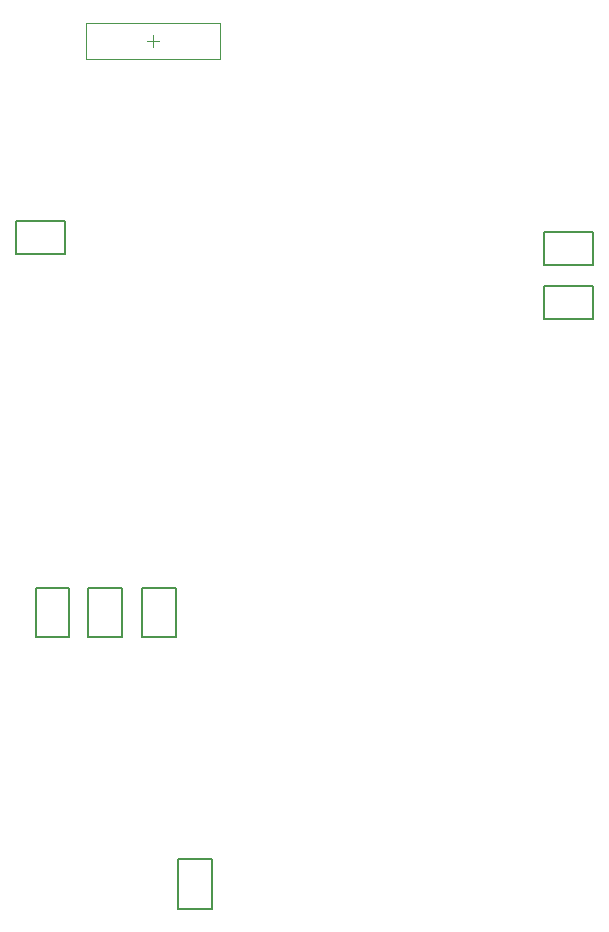
<source format=gbr>
%TF.GenerationSoftware,Altium Limited,Altium Designer,23.5.1 (21)*%
G04 Layer_Color=32768*
%FSLAX45Y45*%
%MOMM*%
%TF.SameCoordinates,7ECB1A03-3DEC-426C-BD6E-5A7E68E82EE6*%
%TF.FilePolarity,Positive*%
%TF.FileFunction,Other,Top_Courtyard*%
%TF.Part,Single*%
G01*
G75*
%TA.AperFunction,NonConductor*%
%ADD32C,0.20000*%
%ADD60C,0.05000*%
D32*
X1942800Y2231300D02*
X2222800D01*
X1942800Y1811300D02*
Y2231300D01*
Y1811300D02*
X2222800D01*
Y2231300D01*
X5035100Y7264100D02*
Y7544100D01*
Y7264100D02*
X5455100D01*
Y7544100D01*
X5035100D02*
X5455100D01*
X5035100Y6806900D02*
Y7086900D01*
Y6806900D02*
X5455100D01*
Y7086900D01*
X5035100D02*
X5455100D01*
X1638000Y4530000D02*
X1918000D01*
X1638000Y4110000D02*
Y4530000D01*
Y4110000D02*
X1918000D01*
Y4530000D01*
X1180800D02*
X1460800D01*
X1180800Y4110000D02*
Y4530000D01*
Y4110000D02*
X1460800D01*
Y4530000D01*
X736300D02*
X1016300D01*
X736300Y4110000D02*
Y4530000D01*
Y4110000D02*
X1016300D01*
Y4530000D01*
X984700Y7353000D02*
Y7633000D01*
X564700D02*
X984700D01*
X564700Y7353000D02*
Y7633000D01*
Y7353000D02*
X984700D01*
D60*
X1727200Y9106700D02*
Y9206700D01*
X1677200Y9156700D02*
X1777200D01*
X1161700Y9311700D02*
X2292700D01*
Y9001700D02*
Y9311700D01*
X1161700Y9001700D02*
X2292700D01*
X1161700D02*
Y9311700D01*
%TF.MD5,370d2b94d2d101055e910d302d7b6615*%
M02*

</source>
